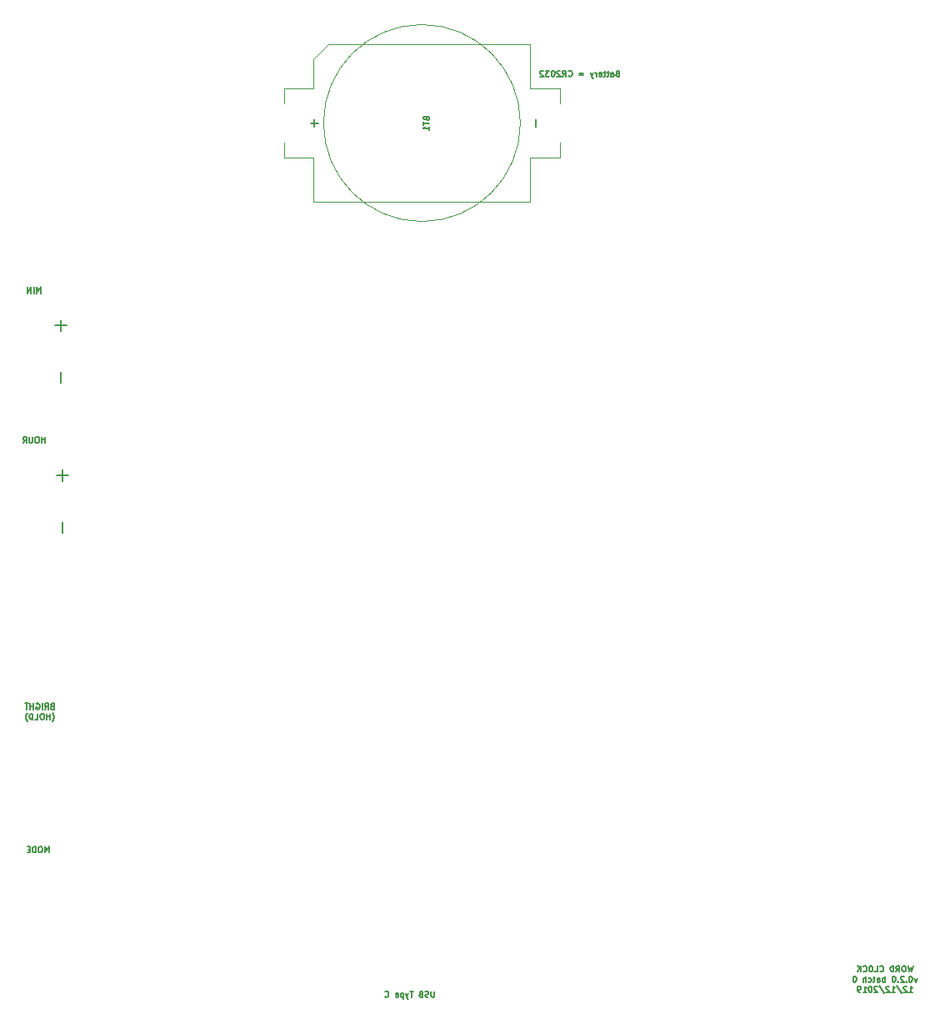
<source format=gbr>
G04 #@! TF.GenerationSoftware,KiCad,Pcbnew,(5.1.5)-2*
G04 #@! TF.CreationDate,2019-12-12T13:13:42-05:00*
G04 #@! TF.ProjectId,main,6d61696e-2e6b-4696-9361-645f70636258,rev?*
G04 #@! TF.SameCoordinates,Original*
G04 #@! TF.FileFunction,Legend,Bot*
G04 #@! TF.FilePolarity,Positive*
%FSLAX46Y46*%
G04 Gerber Fmt 4.6, Leading zero omitted, Abs format (unit mm)*
G04 Created by KiCad (PCBNEW (5.1.5)-2) date 2019-12-12 13:13:42*
%MOMM*%
%LPD*%
G04 APERTURE LIST*
%ADD10C,0.130000*%
%ADD11C,0.060000*%
%ADD12C,0.120000*%
%ADD13C,0.150000*%
G04 APERTURE END LIST*
D10*
X43080000Y-98539428D02*
X43080000Y-99025142D01*
X43051428Y-99082285D01*
X43022857Y-99110857D01*
X42965714Y-99139428D01*
X42851428Y-99139428D01*
X42794285Y-99110857D01*
X42765714Y-99082285D01*
X42737142Y-99025142D01*
X42737142Y-98539428D01*
X42480000Y-99110857D02*
X42394285Y-99139428D01*
X42251428Y-99139428D01*
X42194285Y-99110857D01*
X42165714Y-99082285D01*
X42137142Y-99025142D01*
X42137142Y-98968000D01*
X42165714Y-98910857D01*
X42194285Y-98882285D01*
X42251428Y-98853714D01*
X42365714Y-98825142D01*
X42422857Y-98796571D01*
X42451428Y-98768000D01*
X42480000Y-98710857D01*
X42480000Y-98653714D01*
X42451428Y-98596571D01*
X42422857Y-98568000D01*
X42365714Y-98539428D01*
X42222857Y-98539428D01*
X42137142Y-98568000D01*
X41680000Y-98825142D02*
X41594285Y-98853714D01*
X41565714Y-98882285D01*
X41537142Y-98939428D01*
X41537142Y-99025142D01*
X41565714Y-99082285D01*
X41594285Y-99110857D01*
X41651428Y-99139428D01*
X41880000Y-99139428D01*
X41880000Y-98539428D01*
X41680000Y-98539428D01*
X41622857Y-98568000D01*
X41594285Y-98596571D01*
X41565714Y-98653714D01*
X41565714Y-98710857D01*
X41594285Y-98768000D01*
X41622857Y-98796571D01*
X41680000Y-98825142D01*
X41880000Y-98825142D01*
X40908571Y-98539428D02*
X40565714Y-98539428D01*
X40737142Y-99139428D02*
X40737142Y-98539428D01*
X40422857Y-98739428D02*
X40280000Y-99139428D01*
X40137142Y-98739428D02*
X40280000Y-99139428D01*
X40337142Y-99282285D01*
X40365714Y-99310857D01*
X40422857Y-99339428D01*
X39908571Y-98739428D02*
X39908571Y-99339428D01*
X39908571Y-98768000D02*
X39851428Y-98739428D01*
X39737142Y-98739428D01*
X39680000Y-98768000D01*
X39651428Y-98796571D01*
X39622857Y-98853714D01*
X39622857Y-99025142D01*
X39651428Y-99082285D01*
X39680000Y-99110857D01*
X39737142Y-99139428D01*
X39851428Y-99139428D01*
X39908571Y-99110857D01*
X39137142Y-99110857D02*
X39194285Y-99139428D01*
X39308571Y-99139428D01*
X39365714Y-99110857D01*
X39394285Y-99053714D01*
X39394285Y-98825142D01*
X39365714Y-98768000D01*
X39308571Y-98739428D01*
X39194285Y-98739428D01*
X39137142Y-98768000D01*
X39108571Y-98825142D01*
X39108571Y-98882285D01*
X39394285Y-98939428D01*
X38051428Y-99082285D02*
X38080000Y-99110857D01*
X38165714Y-99139428D01*
X38222857Y-99139428D01*
X38308571Y-99110857D01*
X38365714Y-99053714D01*
X38394285Y-98996571D01*
X38422857Y-98882285D01*
X38422857Y-98796571D01*
X38394285Y-98682285D01*
X38365714Y-98625142D01*
X38308571Y-98568000D01*
X38222857Y-98539428D01*
X38165714Y-98539428D01*
X38080000Y-98568000D01*
X38051428Y-98596571D01*
X61666285Y-5353142D02*
X61580571Y-5381714D01*
X61552000Y-5410285D01*
X61523428Y-5467428D01*
X61523428Y-5553142D01*
X61552000Y-5610285D01*
X61580571Y-5638857D01*
X61637714Y-5667428D01*
X61866285Y-5667428D01*
X61866285Y-5067428D01*
X61666285Y-5067428D01*
X61609142Y-5096000D01*
X61580571Y-5124571D01*
X61552000Y-5181714D01*
X61552000Y-5238857D01*
X61580571Y-5296000D01*
X61609142Y-5324571D01*
X61666285Y-5353142D01*
X61866285Y-5353142D01*
X61009142Y-5667428D02*
X61009142Y-5353142D01*
X61037714Y-5296000D01*
X61094857Y-5267428D01*
X61209142Y-5267428D01*
X61266285Y-5296000D01*
X61009142Y-5638857D02*
X61066285Y-5667428D01*
X61209142Y-5667428D01*
X61266285Y-5638857D01*
X61294857Y-5581714D01*
X61294857Y-5524571D01*
X61266285Y-5467428D01*
X61209142Y-5438857D01*
X61066285Y-5438857D01*
X61009142Y-5410285D01*
X60809142Y-5267428D02*
X60580571Y-5267428D01*
X60723428Y-5067428D02*
X60723428Y-5581714D01*
X60694857Y-5638857D01*
X60637714Y-5667428D01*
X60580571Y-5667428D01*
X60466285Y-5267428D02*
X60237714Y-5267428D01*
X60380571Y-5067428D02*
X60380571Y-5581714D01*
X60352000Y-5638857D01*
X60294857Y-5667428D01*
X60237714Y-5667428D01*
X59809142Y-5638857D02*
X59866285Y-5667428D01*
X59980571Y-5667428D01*
X60037714Y-5638857D01*
X60066285Y-5581714D01*
X60066285Y-5353142D01*
X60037714Y-5296000D01*
X59980571Y-5267428D01*
X59866285Y-5267428D01*
X59809142Y-5296000D01*
X59780571Y-5353142D01*
X59780571Y-5410285D01*
X60066285Y-5467428D01*
X59523428Y-5667428D02*
X59523428Y-5267428D01*
X59523428Y-5381714D02*
X59494857Y-5324571D01*
X59466285Y-5296000D01*
X59409142Y-5267428D01*
X59352000Y-5267428D01*
X59209142Y-5267428D02*
X59066285Y-5667428D01*
X58923428Y-5267428D02*
X59066285Y-5667428D01*
X59123428Y-5810285D01*
X59152000Y-5838857D01*
X59209142Y-5867428D01*
X58237714Y-5353142D02*
X57780571Y-5353142D01*
X57780571Y-5524571D02*
X58237714Y-5524571D01*
X56694857Y-5610285D02*
X56723428Y-5638857D01*
X56809142Y-5667428D01*
X56866285Y-5667428D01*
X56952000Y-5638857D01*
X57009142Y-5581714D01*
X57037714Y-5524571D01*
X57066285Y-5410285D01*
X57066285Y-5324571D01*
X57037714Y-5210285D01*
X57009142Y-5153142D01*
X56952000Y-5096000D01*
X56866285Y-5067428D01*
X56809142Y-5067428D01*
X56723428Y-5096000D01*
X56694857Y-5124571D01*
X56094857Y-5667428D02*
X56294857Y-5381714D01*
X56437714Y-5667428D02*
X56437714Y-5067428D01*
X56209142Y-5067428D01*
X56152000Y-5096000D01*
X56123428Y-5124571D01*
X56094857Y-5181714D01*
X56094857Y-5267428D01*
X56123428Y-5324571D01*
X56152000Y-5353142D01*
X56209142Y-5381714D01*
X56437714Y-5381714D01*
X55866285Y-5124571D02*
X55837714Y-5096000D01*
X55780571Y-5067428D01*
X55637714Y-5067428D01*
X55580571Y-5096000D01*
X55552000Y-5124571D01*
X55523428Y-5181714D01*
X55523428Y-5238857D01*
X55552000Y-5324571D01*
X55894857Y-5667428D01*
X55523428Y-5667428D01*
X55152000Y-5067428D02*
X55094857Y-5067428D01*
X55037714Y-5096000D01*
X55009142Y-5124571D01*
X54980571Y-5181714D01*
X54952000Y-5296000D01*
X54952000Y-5438857D01*
X54980571Y-5553142D01*
X55009142Y-5610285D01*
X55037714Y-5638857D01*
X55094857Y-5667428D01*
X55152000Y-5667428D01*
X55209142Y-5638857D01*
X55237714Y-5610285D01*
X55266285Y-5553142D01*
X55294857Y-5438857D01*
X55294857Y-5296000D01*
X55266285Y-5181714D01*
X55237714Y-5124571D01*
X55209142Y-5096000D01*
X55152000Y-5067428D01*
X54752000Y-5067428D02*
X54380571Y-5067428D01*
X54580571Y-5296000D01*
X54494857Y-5296000D01*
X54437714Y-5324571D01*
X54409142Y-5353142D01*
X54380571Y-5410285D01*
X54380571Y-5553142D01*
X54409142Y-5610285D01*
X54437714Y-5638857D01*
X54494857Y-5667428D01*
X54666285Y-5667428D01*
X54723428Y-5638857D01*
X54752000Y-5610285D01*
X54152000Y-5124571D02*
X54123428Y-5096000D01*
X54066285Y-5067428D01*
X53923428Y-5067428D01*
X53866285Y-5096000D01*
X53837714Y-5124571D01*
X53809142Y-5181714D01*
X53809142Y-5238857D01*
X53837714Y-5324571D01*
X54180571Y-5667428D01*
X53809142Y-5667428D01*
X91697142Y-95985428D02*
X91554285Y-96585428D01*
X91440000Y-96156857D01*
X91325714Y-96585428D01*
X91182857Y-95985428D01*
X90840000Y-95985428D02*
X90725714Y-95985428D01*
X90668571Y-96014000D01*
X90611428Y-96071142D01*
X90582857Y-96185428D01*
X90582857Y-96385428D01*
X90611428Y-96499714D01*
X90668571Y-96556857D01*
X90725714Y-96585428D01*
X90840000Y-96585428D01*
X90897142Y-96556857D01*
X90954285Y-96499714D01*
X90982857Y-96385428D01*
X90982857Y-96185428D01*
X90954285Y-96071142D01*
X90897142Y-96014000D01*
X90840000Y-95985428D01*
X89982857Y-96585428D02*
X90182857Y-96299714D01*
X90325714Y-96585428D02*
X90325714Y-95985428D01*
X90097142Y-95985428D01*
X90040000Y-96014000D01*
X90011428Y-96042571D01*
X89982857Y-96099714D01*
X89982857Y-96185428D01*
X90011428Y-96242571D01*
X90040000Y-96271142D01*
X90097142Y-96299714D01*
X90325714Y-96299714D01*
X89725714Y-96585428D02*
X89725714Y-95985428D01*
X89582857Y-95985428D01*
X89497142Y-96014000D01*
X89440000Y-96071142D01*
X89411428Y-96128285D01*
X89382857Y-96242571D01*
X89382857Y-96328285D01*
X89411428Y-96442571D01*
X89440000Y-96499714D01*
X89497142Y-96556857D01*
X89582857Y-96585428D01*
X89725714Y-96585428D01*
X88325714Y-96528285D02*
X88354285Y-96556857D01*
X88440000Y-96585428D01*
X88497142Y-96585428D01*
X88582857Y-96556857D01*
X88640000Y-96499714D01*
X88668571Y-96442571D01*
X88697142Y-96328285D01*
X88697142Y-96242571D01*
X88668571Y-96128285D01*
X88640000Y-96071142D01*
X88582857Y-96014000D01*
X88497142Y-95985428D01*
X88440000Y-95985428D01*
X88354285Y-96014000D01*
X88325714Y-96042571D01*
X87782857Y-96585428D02*
X88068571Y-96585428D01*
X88068571Y-95985428D01*
X87468571Y-95985428D02*
X87354285Y-95985428D01*
X87297142Y-96014000D01*
X87240000Y-96071142D01*
X87211428Y-96185428D01*
X87211428Y-96385428D01*
X87240000Y-96499714D01*
X87297142Y-96556857D01*
X87354285Y-96585428D01*
X87468571Y-96585428D01*
X87525714Y-96556857D01*
X87582857Y-96499714D01*
X87611428Y-96385428D01*
X87611428Y-96185428D01*
X87582857Y-96071142D01*
X87525714Y-96014000D01*
X87468571Y-95985428D01*
X86611428Y-96528285D02*
X86640000Y-96556857D01*
X86725714Y-96585428D01*
X86782857Y-96585428D01*
X86868571Y-96556857D01*
X86925714Y-96499714D01*
X86954285Y-96442571D01*
X86982857Y-96328285D01*
X86982857Y-96242571D01*
X86954285Y-96128285D01*
X86925714Y-96071142D01*
X86868571Y-96014000D01*
X86782857Y-95985428D01*
X86725714Y-95985428D01*
X86640000Y-96014000D01*
X86611428Y-96042571D01*
X86354285Y-96585428D02*
X86354285Y-95985428D01*
X86011428Y-96585428D02*
X86268571Y-96242571D01*
X86011428Y-95985428D02*
X86354285Y-96328285D01*
X92111428Y-97215428D02*
X91968571Y-97615428D01*
X91825714Y-97215428D01*
X91482857Y-97015428D02*
X91425714Y-97015428D01*
X91368571Y-97044000D01*
X91340000Y-97072571D01*
X91311428Y-97129714D01*
X91282857Y-97244000D01*
X91282857Y-97386857D01*
X91311428Y-97501142D01*
X91340000Y-97558285D01*
X91368571Y-97586857D01*
X91425714Y-97615428D01*
X91482857Y-97615428D01*
X91540000Y-97586857D01*
X91568571Y-97558285D01*
X91597142Y-97501142D01*
X91625714Y-97386857D01*
X91625714Y-97244000D01*
X91597142Y-97129714D01*
X91568571Y-97072571D01*
X91540000Y-97044000D01*
X91482857Y-97015428D01*
X91025714Y-97558285D02*
X90997142Y-97586857D01*
X91025714Y-97615428D01*
X91054285Y-97586857D01*
X91025714Y-97558285D01*
X91025714Y-97615428D01*
X90768571Y-97072571D02*
X90740000Y-97044000D01*
X90682857Y-97015428D01*
X90540000Y-97015428D01*
X90482857Y-97044000D01*
X90454285Y-97072571D01*
X90425714Y-97129714D01*
X90425714Y-97186857D01*
X90454285Y-97272571D01*
X90797142Y-97615428D01*
X90425714Y-97615428D01*
X90168571Y-97558285D02*
X90140000Y-97586857D01*
X90168571Y-97615428D01*
X90197142Y-97586857D01*
X90168571Y-97558285D01*
X90168571Y-97615428D01*
X89768571Y-97015428D02*
X89711428Y-97015428D01*
X89654285Y-97044000D01*
X89625714Y-97072571D01*
X89597142Y-97129714D01*
X89568571Y-97244000D01*
X89568571Y-97386857D01*
X89597142Y-97501142D01*
X89625714Y-97558285D01*
X89654285Y-97586857D01*
X89711428Y-97615428D01*
X89768571Y-97615428D01*
X89825714Y-97586857D01*
X89854285Y-97558285D01*
X89882857Y-97501142D01*
X89911428Y-97386857D01*
X89911428Y-97244000D01*
X89882857Y-97129714D01*
X89854285Y-97072571D01*
X89825714Y-97044000D01*
X89768571Y-97015428D01*
X88854285Y-97615428D02*
X88854285Y-97015428D01*
X88854285Y-97244000D02*
X88797142Y-97215428D01*
X88682857Y-97215428D01*
X88625714Y-97244000D01*
X88597142Y-97272571D01*
X88568571Y-97329714D01*
X88568571Y-97501142D01*
X88597142Y-97558285D01*
X88625714Y-97586857D01*
X88682857Y-97615428D01*
X88797142Y-97615428D01*
X88854285Y-97586857D01*
X88054285Y-97615428D02*
X88054285Y-97301142D01*
X88082857Y-97244000D01*
X88140000Y-97215428D01*
X88254285Y-97215428D01*
X88311428Y-97244000D01*
X88054285Y-97586857D02*
X88111428Y-97615428D01*
X88254285Y-97615428D01*
X88311428Y-97586857D01*
X88340000Y-97529714D01*
X88340000Y-97472571D01*
X88311428Y-97415428D01*
X88254285Y-97386857D01*
X88111428Y-97386857D01*
X88054285Y-97358285D01*
X87854285Y-97215428D02*
X87625714Y-97215428D01*
X87768571Y-97015428D02*
X87768571Y-97529714D01*
X87740000Y-97586857D01*
X87682857Y-97615428D01*
X87625714Y-97615428D01*
X87168571Y-97586857D02*
X87225714Y-97615428D01*
X87340000Y-97615428D01*
X87397142Y-97586857D01*
X87425714Y-97558285D01*
X87454285Y-97501142D01*
X87454285Y-97329714D01*
X87425714Y-97272571D01*
X87397142Y-97244000D01*
X87340000Y-97215428D01*
X87225714Y-97215428D01*
X87168571Y-97244000D01*
X86911428Y-97615428D02*
X86911428Y-97015428D01*
X86654285Y-97615428D02*
X86654285Y-97301142D01*
X86682857Y-97244000D01*
X86740000Y-97215428D01*
X86825714Y-97215428D01*
X86882857Y-97244000D01*
X86911428Y-97272571D01*
X85797142Y-97015428D02*
X85740000Y-97015428D01*
X85682857Y-97044000D01*
X85654285Y-97072571D01*
X85625714Y-97129714D01*
X85597142Y-97244000D01*
X85597142Y-97386857D01*
X85625714Y-97501142D01*
X85654285Y-97558285D01*
X85682857Y-97586857D01*
X85740000Y-97615428D01*
X85797142Y-97615428D01*
X85854285Y-97586857D01*
X85882857Y-97558285D01*
X85911428Y-97501142D01*
X85940000Y-97386857D01*
X85940000Y-97244000D01*
X85911428Y-97129714D01*
X85882857Y-97072571D01*
X85854285Y-97044000D01*
X85797142Y-97015428D01*
X91297142Y-98645428D02*
X91640000Y-98645428D01*
X91468571Y-98645428D02*
X91468571Y-98045428D01*
X91525714Y-98131142D01*
X91582857Y-98188285D01*
X91640000Y-98216857D01*
X91068571Y-98102571D02*
X91040000Y-98074000D01*
X90982857Y-98045428D01*
X90840000Y-98045428D01*
X90782857Y-98074000D01*
X90754285Y-98102571D01*
X90725714Y-98159714D01*
X90725714Y-98216857D01*
X90754285Y-98302571D01*
X91097142Y-98645428D01*
X90725714Y-98645428D01*
X90040000Y-98016857D02*
X90554285Y-98788285D01*
X89525714Y-98645428D02*
X89868571Y-98645428D01*
X89697142Y-98645428D02*
X89697142Y-98045428D01*
X89754285Y-98131142D01*
X89811428Y-98188285D01*
X89868571Y-98216857D01*
X89297142Y-98102571D02*
X89268571Y-98074000D01*
X89211428Y-98045428D01*
X89068571Y-98045428D01*
X89011428Y-98074000D01*
X88982857Y-98102571D01*
X88954285Y-98159714D01*
X88954285Y-98216857D01*
X88982857Y-98302571D01*
X89325714Y-98645428D01*
X88954285Y-98645428D01*
X88268571Y-98016857D02*
X88782857Y-98788285D01*
X88097142Y-98102571D02*
X88068571Y-98074000D01*
X88011428Y-98045428D01*
X87868571Y-98045428D01*
X87811428Y-98074000D01*
X87782857Y-98102571D01*
X87754285Y-98159714D01*
X87754285Y-98216857D01*
X87782857Y-98302571D01*
X88125714Y-98645428D01*
X87754285Y-98645428D01*
X87382857Y-98045428D02*
X87325714Y-98045428D01*
X87268571Y-98074000D01*
X87240000Y-98102571D01*
X87211428Y-98159714D01*
X87182857Y-98274000D01*
X87182857Y-98416857D01*
X87211428Y-98531142D01*
X87240000Y-98588285D01*
X87268571Y-98616857D01*
X87325714Y-98645428D01*
X87382857Y-98645428D01*
X87440000Y-98616857D01*
X87468571Y-98588285D01*
X87497142Y-98531142D01*
X87525714Y-98416857D01*
X87525714Y-98274000D01*
X87497142Y-98159714D01*
X87468571Y-98102571D01*
X87440000Y-98074000D01*
X87382857Y-98045428D01*
X86611428Y-98645428D02*
X86954285Y-98645428D01*
X86782857Y-98645428D02*
X86782857Y-98045428D01*
X86840000Y-98131142D01*
X86897142Y-98188285D01*
X86954285Y-98216857D01*
X86325714Y-98645428D02*
X86211428Y-98645428D01*
X86154285Y-98616857D01*
X86125714Y-98588285D01*
X86068571Y-98502571D01*
X86040000Y-98388285D01*
X86040000Y-98159714D01*
X86068571Y-98102571D01*
X86097142Y-98074000D01*
X86154285Y-98045428D01*
X86268571Y-98045428D01*
X86325714Y-98074000D01*
X86354285Y-98102571D01*
X86382857Y-98159714D01*
X86382857Y-98302571D01*
X86354285Y-98359714D01*
X86325714Y-98388285D01*
X86268571Y-98416857D01*
X86154285Y-98416857D01*
X86097142Y-98388285D01*
X86068571Y-98359714D01*
X86040000Y-98302571D01*
X5092857Y-36814285D02*
X5092857Y-35671428D01*
X5092857Y-31528571D02*
X5092857Y-30385714D01*
X4521428Y-30957142D02*
X5664285Y-30957142D01*
X5292857Y-52014285D02*
X5292857Y-50871428D01*
X5292857Y-46728571D02*
X5292857Y-45585714D01*
X4721428Y-46157142D02*
X5864285Y-46157142D01*
X3057142Y-27671428D02*
X3057142Y-27071428D01*
X2857142Y-27500000D01*
X2657142Y-27071428D01*
X2657142Y-27671428D01*
X2371428Y-27671428D02*
X2371428Y-27071428D01*
X2085714Y-27671428D02*
X2085714Y-27071428D01*
X1742857Y-27671428D01*
X1742857Y-27071428D01*
X3500000Y-42871428D02*
X3500000Y-42271428D01*
X3500000Y-42557142D02*
X3157142Y-42557142D01*
X3157142Y-42871428D02*
X3157142Y-42271428D01*
X2757142Y-42271428D02*
X2642857Y-42271428D01*
X2585714Y-42300000D01*
X2528571Y-42357142D01*
X2500000Y-42471428D01*
X2500000Y-42671428D01*
X2528571Y-42785714D01*
X2585714Y-42842857D01*
X2642857Y-42871428D01*
X2757142Y-42871428D01*
X2814285Y-42842857D01*
X2871428Y-42785714D01*
X2900000Y-42671428D01*
X2900000Y-42471428D01*
X2871428Y-42357142D01*
X2814285Y-42300000D01*
X2757142Y-42271428D01*
X2242857Y-42271428D02*
X2242857Y-42757142D01*
X2214285Y-42814285D01*
X2185714Y-42842857D01*
X2128571Y-42871428D01*
X2014285Y-42871428D01*
X1957142Y-42842857D01*
X1928571Y-42814285D01*
X1899999Y-42757142D01*
X1899999Y-42271428D01*
X1271428Y-42871428D02*
X1471428Y-42585714D01*
X1614285Y-42871428D02*
X1614285Y-42271428D01*
X1385714Y-42271428D01*
X1328571Y-42300000D01*
X1299999Y-42328571D01*
X1271428Y-42385714D01*
X1271428Y-42471428D01*
X1299999Y-42528571D01*
X1328571Y-42557142D01*
X1385714Y-42585714D01*
X1614285Y-42585714D01*
X4230857Y-69608142D02*
X4145142Y-69636714D01*
X4116571Y-69665285D01*
X4088000Y-69722428D01*
X4088000Y-69808142D01*
X4116571Y-69865285D01*
X4145142Y-69893857D01*
X4202285Y-69922428D01*
X4430857Y-69922428D01*
X4430857Y-69322428D01*
X4230857Y-69322428D01*
X4173714Y-69351000D01*
X4145142Y-69379571D01*
X4116571Y-69436714D01*
X4116571Y-69493857D01*
X4145142Y-69551000D01*
X4173714Y-69579571D01*
X4230857Y-69608142D01*
X4430857Y-69608142D01*
X3488000Y-69922428D02*
X3688000Y-69636714D01*
X3830857Y-69922428D02*
X3830857Y-69322428D01*
X3602285Y-69322428D01*
X3545142Y-69351000D01*
X3516571Y-69379571D01*
X3488000Y-69436714D01*
X3488000Y-69522428D01*
X3516571Y-69579571D01*
X3545142Y-69608142D01*
X3602285Y-69636714D01*
X3830857Y-69636714D01*
X3230857Y-69922428D02*
X3230857Y-69322428D01*
X2630857Y-69351000D02*
X2688000Y-69322428D01*
X2773714Y-69322428D01*
X2859428Y-69351000D01*
X2916571Y-69408142D01*
X2945142Y-69465285D01*
X2973714Y-69579571D01*
X2973714Y-69665285D01*
X2945142Y-69779571D01*
X2916571Y-69836714D01*
X2859428Y-69893857D01*
X2773714Y-69922428D01*
X2716571Y-69922428D01*
X2630857Y-69893857D01*
X2602285Y-69865285D01*
X2602285Y-69665285D01*
X2716571Y-69665285D01*
X2345142Y-69922428D02*
X2345142Y-69322428D01*
X2345142Y-69608142D02*
X2002285Y-69608142D01*
X2002285Y-69922428D02*
X2002285Y-69322428D01*
X1802285Y-69322428D02*
X1459428Y-69322428D01*
X1630857Y-69922428D02*
X1630857Y-69322428D01*
X4245142Y-71181000D02*
X4273714Y-71152428D01*
X4330857Y-71066714D01*
X4359428Y-71009571D01*
X4388000Y-70923857D01*
X4416571Y-70781000D01*
X4416571Y-70666714D01*
X4388000Y-70523857D01*
X4359428Y-70438142D01*
X4330857Y-70381000D01*
X4273714Y-70295285D01*
X4245142Y-70266714D01*
X4016571Y-70952428D02*
X4016571Y-70352428D01*
X4016571Y-70638142D02*
X3673714Y-70638142D01*
X3673714Y-70952428D02*
X3673714Y-70352428D01*
X3273714Y-70352428D02*
X3159428Y-70352428D01*
X3102285Y-70381000D01*
X3045142Y-70438142D01*
X3016571Y-70552428D01*
X3016571Y-70752428D01*
X3045142Y-70866714D01*
X3102285Y-70923857D01*
X3159428Y-70952428D01*
X3273714Y-70952428D01*
X3330857Y-70923857D01*
X3388000Y-70866714D01*
X3416571Y-70752428D01*
X3416571Y-70552428D01*
X3388000Y-70438142D01*
X3330857Y-70381000D01*
X3273714Y-70352428D01*
X2473714Y-70952428D02*
X2759428Y-70952428D01*
X2759428Y-70352428D01*
X2273714Y-70952428D02*
X2273714Y-70352428D01*
X2130857Y-70352428D01*
X2045142Y-70381000D01*
X1988000Y-70438142D01*
X1959428Y-70495285D01*
X1930857Y-70609571D01*
X1930857Y-70695285D01*
X1959428Y-70809571D01*
X1988000Y-70866714D01*
X2045142Y-70923857D01*
X2130857Y-70952428D01*
X2273714Y-70952428D01*
X1730857Y-71181000D02*
X1702285Y-71152428D01*
X1645142Y-71066714D01*
X1616571Y-71009571D01*
X1588000Y-70923857D01*
X1559428Y-70781000D01*
X1559428Y-70666714D01*
X1588000Y-70523857D01*
X1616571Y-70438142D01*
X1645142Y-70381000D01*
X1702285Y-70295285D01*
X1730857Y-70266714D01*
X3885714Y-84471428D02*
X3885714Y-83871428D01*
X3685714Y-84300000D01*
X3485714Y-83871428D01*
X3485714Y-84471428D01*
X3085714Y-83871428D02*
X2971428Y-83871428D01*
X2914285Y-83900000D01*
X2857142Y-83957142D01*
X2828571Y-84071428D01*
X2828571Y-84271428D01*
X2857142Y-84385714D01*
X2914285Y-84442857D01*
X2971428Y-84471428D01*
X3085714Y-84471428D01*
X3142857Y-84442857D01*
X3200000Y-84385714D01*
X3228571Y-84271428D01*
X3228571Y-84071428D01*
X3200000Y-83957142D01*
X3142857Y-83900000D01*
X3085714Y-83871428D01*
X2571428Y-84471428D02*
X2571428Y-83871428D01*
X2428571Y-83871428D01*
X2342857Y-83900000D01*
X2285714Y-83957142D01*
X2257142Y-84014285D01*
X2228571Y-84128571D01*
X2228571Y-84214285D01*
X2257142Y-84328571D01*
X2285714Y-84385714D01*
X2342857Y-84442857D01*
X2428571Y-84471428D01*
X2571428Y-84471428D01*
X1971428Y-84157142D02*
X1771428Y-84157142D01*
X1685714Y-84471428D02*
X1971428Y-84471428D01*
X1971428Y-83871428D01*
X1685714Y-83871428D01*
D11*
X51800000Y-10400000D02*
G75*
G03X51800000Y-10400000I-10000000J0D01*
G01*
D12*
X32300000Y-2400000D02*
X30800000Y-3900000D01*
X52800000Y-18400000D02*
X41800000Y-18400000D01*
X52800000Y-18400000D02*
X52800000Y-13900000D01*
X30800000Y-18400000D02*
X41800000Y-18400000D01*
X30800000Y-13900000D02*
X30800000Y-18400000D01*
X55800000Y-13900000D02*
X52800000Y-13900000D01*
X55800000Y-13900000D02*
X55800000Y-12400000D01*
X32300000Y-2400000D02*
X41800000Y-2400000D01*
X30800000Y-3900000D02*
X30800000Y-6900000D01*
X27800000Y-6900000D02*
X30800000Y-6900000D01*
X27800000Y-6900000D02*
X27800000Y-8400000D01*
X27800000Y-13900000D02*
X30800000Y-13900000D01*
X27800000Y-12400000D02*
X27800000Y-13900000D01*
X52800000Y-2400000D02*
X41800000Y-2400000D01*
X52800000Y-6900000D02*
X52800000Y-2400000D01*
X55800000Y-6900000D02*
X52800000Y-6900000D01*
X55800000Y-8400000D02*
X55800000Y-6900000D01*
D10*
X42257142Y-9928571D02*
X42285714Y-10014285D01*
X42314285Y-10042857D01*
X42371428Y-10071428D01*
X42457142Y-10071428D01*
X42514285Y-10042857D01*
X42542857Y-10014285D01*
X42571428Y-9957142D01*
X42571428Y-9728571D01*
X41971428Y-9728571D01*
X41971428Y-9928571D01*
X42000000Y-9985714D01*
X42028571Y-10014285D01*
X42085714Y-10042857D01*
X42142857Y-10042857D01*
X42200000Y-10014285D01*
X42228571Y-9985714D01*
X42257142Y-9928571D01*
X42257142Y-9728571D01*
X41971428Y-10242857D02*
X41971428Y-10585714D01*
X42571428Y-10414285D02*
X41971428Y-10414285D01*
X42571428Y-11100000D02*
X42571428Y-10757142D01*
X42571428Y-10928571D02*
X41971428Y-10928571D01*
X42057142Y-10871428D01*
X42114285Y-10814285D01*
X42142857Y-10757142D01*
D13*
X53371428Y-10019047D02*
X53371428Y-10780952D01*
X30871428Y-10019047D02*
X30871428Y-10780952D01*
X31252380Y-10400000D02*
X30490476Y-10400000D01*
M02*

</source>
